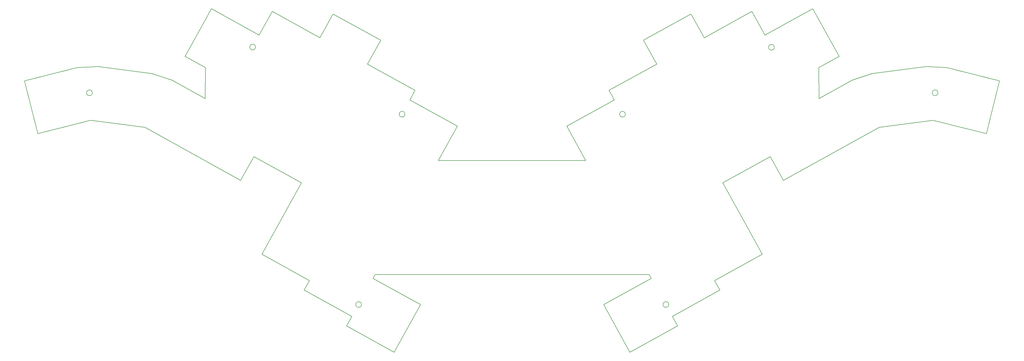
<source format=gbr>
%TF.GenerationSoftware,KiCad,Pcbnew,8.0.8-2.fc41*%
%TF.CreationDate,2025-01-20T23:34:33+01:00*%
%TF.ProjectId,laserraven_traced_and_silked_screws,6c617365-7272-4617-9665-6e5f74726163,1.0.0*%
%TF.SameCoordinates,Original*%
%TF.FileFunction,Profile,NP*%
%FSLAX46Y46*%
G04 Gerber Fmt 4.6, Leading zero omitted, Abs format (unit mm)*
G04 Created by KiCad (PCBNEW 8.0.8-2.fc41) date 2025-01-20 23:34:33*
%MOMM*%
%LPD*%
G01*
G04 APERTURE LIST*
%TA.AperFunction,Profile*%
%ADD10C,0.150000*%
%TD*%
%TA.AperFunction,Profile*%
%ADD11C,0.200000*%
%TD*%
G04 APERTURE END LIST*
D10*
X145934194Y-114788245D02*
X141328504Y-123097126D01*
X298549900Y-164641569D02*
X303155584Y-172950451D01*
X56689045Y-133567862D02*
X38253423Y-138164377D01*
X234168799Y-166066916D02*
X182681137Y-166066917D01*
X189339551Y-154054832D02*
X172721776Y-144843452D01*
X336554833Y-154473709D02*
X303155584Y-172950451D01*
X120105035Y-122194632D02*
X103487262Y-112983253D01*
X352912287Y-133156259D02*
X334074834Y-135636254D01*
X150651739Y-223849481D02*
X167269519Y-233060868D01*
X292139212Y-113885749D02*
X275521440Y-123097126D01*
X118300044Y-164641566D02*
X134917822Y-173852948D01*
X327179756Y-137909914D02*
X315547311Y-144357878D01*
X266198205Y-223849482D02*
X264355924Y-220525931D01*
X336554833Y-154473709D02*
X355392289Y-151993711D01*
X244128168Y-144843453D02*
X227510393Y-154054834D01*
X182681137Y-166066917D02*
X189339551Y-154054832D01*
X162551968Y-123999630D02*
X145934194Y-114788245D01*
X270915749Y-114788248D02*
X254297972Y-123999628D01*
X295749192Y-198779607D02*
X281932121Y-173852950D01*
X141328504Y-123097126D02*
X124710728Y-113885748D01*
X94275877Y-129601030D02*
X103487262Y-112983253D01*
X315547311Y-144357878D02*
X315511510Y-133515866D01*
X280973696Y-211314551D02*
X279131420Y-207990994D01*
X275521440Y-123097126D02*
X270915749Y-114788248D01*
X134917822Y-173852948D02*
X121100743Y-198779613D01*
X360160893Y-133567863D02*
X352912287Y-133156259D01*
X227510393Y-154054834D02*
X234168799Y-166066916D01*
X242285890Y-141519895D02*
X244128168Y-144843453D01*
D11*
X263113171Y-216387308D02*
G75*
G02*
X261113173Y-216387308I-999999J0D01*
G01*
X261113173Y-216387308D02*
G75*
G02*
X263113171Y-216387308I999999J0D01*
G01*
D10*
X101338438Y-133515856D02*
X101302636Y-144357882D01*
D11*
X171018454Y-149844604D02*
G75*
G02*
X169018456Y-149844604I-999999J0D01*
G01*
X169018456Y-149844604D02*
G75*
G02*
X171018454Y-149844604I999999J0D01*
G01*
X61890958Y-142341843D02*
G75*
G02*
X59890960Y-142341843I-999999J0D01*
G01*
X59890960Y-142341843D02*
G75*
G02*
X61890958Y-142341843I999999J0D01*
G01*
D10*
X258903667Y-132308513D02*
X242285890Y-141519895D01*
X135876245Y-211314547D02*
X152494020Y-220525932D01*
X101338438Y-133515856D02*
X94275877Y-129601030D01*
X256986813Y-207231709D02*
X256276120Y-205949578D01*
X281932121Y-173852950D02*
X298549900Y-164641569D01*
X334074834Y-135636254D02*
X327179756Y-137909914D01*
X80295109Y-154473709D02*
X113694356Y-172950453D01*
X240369041Y-216443099D02*
X249580424Y-233060867D01*
X355392289Y-151993711D02*
X374000000Y-156600000D01*
D11*
X155856958Y-216387308D02*
G75*
G02*
X153856960Y-216387308I-999999J0D01*
G01*
X153856960Y-216387308D02*
G75*
G02*
X155856958Y-216387308I999999J0D01*
G01*
D10*
X176480902Y-216443095D02*
X159863125Y-207231707D01*
X42849946Y-156599998D02*
X38253423Y-138164377D01*
X296744907Y-122194639D02*
X292139212Y-113885749D01*
X124710728Y-113885748D02*
X120105035Y-122194632D01*
X256276120Y-205949578D02*
X160573825Y-205949571D01*
X279131420Y-207990994D02*
X295749192Y-198779607D01*
X315511510Y-133515866D02*
X322574060Y-129601029D01*
X42849946Y-156599998D02*
X61285562Y-152003483D01*
X378596517Y-138164381D02*
X374000000Y-156600000D01*
X322574060Y-129601029D02*
X313362679Y-112983250D01*
X357079172Y-142341843D02*
G75*
G02*
X355079174Y-142341843I-999999J0D01*
G01*
X355079174Y-142341843D02*
G75*
G02*
X357079172Y-142341843I999999J0D01*
G01*
X82775103Y-135636256D02*
X63937648Y-133156255D01*
X254297972Y-123999628D02*
X258903667Y-132308513D01*
X167269519Y-233060868D02*
X176480902Y-216443095D01*
D11*
X118862286Y-126364899D02*
G75*
G02*
X116862284Y-126364899I-1000001J0D01*
G01*
X116862284Y-126364899D02*
G75*
G02*
X118862286Y-126364899I1000001J0D01*
G01*
D10*
X249580424Y-233060867D02*
X266198205Y-223849482D01*
D11*
X247951677Y-149844604D02*
G75*
G02*
X245951675Y-149844604I-1000001J0D01*
G01*
X245951675Y-149844604D02*
G75*
G02*
X247951677Y-149844604I1000001J0D01*
G01*
D10*
X61285562Y-152003483D02*
X61457653Y-151993711D01*
X159863125Y-207231707D02*
X160573825Y-205949571D01*
X137718515Y-207990992D02*
X135876245Y-211314547D01*
X152494020Y-220525932D02*
X150651739Y-223849481D01*
X172721776Y-144843452D02*
X174564054Y-141519895D01*
X121100743Y-198779613D02*
X137718515Y-207990992D01*
X256986813Y-207231709D02*
X240369041Y-216443099D01*
X157946276Y-132308514D02*
X162551968Y-123999630D01*
X80295109Y-154473709D02*
X61457653Y-151993711D01*
X113694356Y-172950453D02*
X118300044Y-164641566D01*
X63937648Y-133156255D02*
X56689045Y-133567862D01*
X313362679Y-112983250D02*
X296744907Y-122194639D01*
X89670187Y-137909913D02*
X82775103Y-135636256D01*
D11*
X299976652Y-126437621D02*
G75*
G02*
X297976650Y-126437621I-1000001J0D01*
G01*
X297976650Y-126437621D02*
G75*
G02*
X299976652Y-126437621I1000001J0D01*
G01*
D10*
X174564054Y-141519895D02*
X157946276Y-132308514D01*
X101302636Y-144357882D02*
X89670187Y-137909913D01*
X264355924Y-220525931D02*
X280973696Y-211314551D01*
X360160893Y-133567863D02*
X378596517Y-138164381D01*
M02*

</source>
